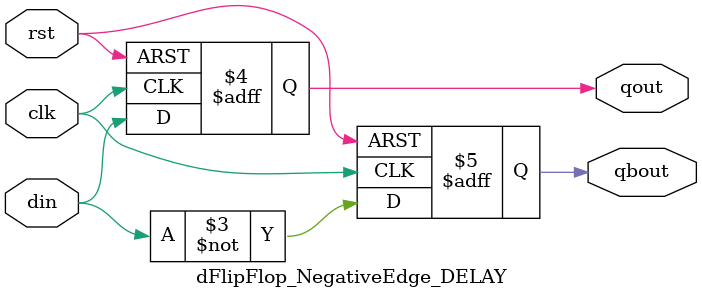
<source format=v>
`timescale 1ns / 1ps
module dFlipFlop_NegativeEdge_DELAY(
	input rst ,
	input clk ,
	input din ,
	output qout ,
	output qbout
    );


	reg qout, qbout;
	always @(posedge rst or negedge clk)
		begin
			if (rst == 1'b1)
				begin
				//tuye resey ham takhir dashte bashim?? age are ye #5 ham inja bezar
					qout <= 1'b0;
					qbout <= 1'b1;
				end
			else
				begin
					#5;
					qout <= din;
					qbout <= ~din;
				end
			
		end
endmodule

</source>
